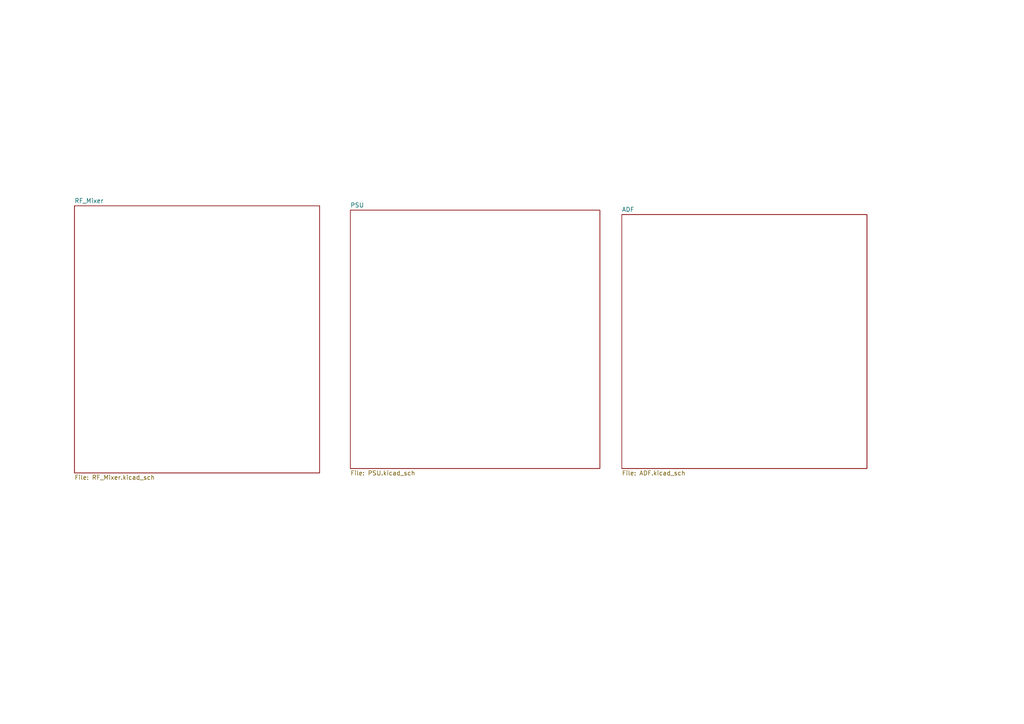
<source format=kicad_sch>
(kicad_sch (version 20211123) (generator eeschema)
  (paper "A4")
  (lib_symbols)
  (sheet (at 21.59 59.69) (size 71.12 77.47)
    (property "Sheet name" "RF_Mixer" (at 21.59 58.9784 0) (effects (justify left bottom)))
    (property "Sheet file" "RF_Mixer.kicad_sch" (at 21.59 137.7446 0) (effects (justify left top)))
  )
  (sheet (at 180.34 62.23) (size 71.12 73.66)
    (property "Sheet name" "ADF" (at 180.34 61.5184 0) (effects (justify left bottom)))
    (property "Sheet file" "ADF.kicad_sch" (at 180.34 136.4746 0) (effects (justify left top)))
  )
  (sheet (at 101.6 60.96) (size 72.39 74.93)
    (property "Sheet name" "PSU" (at 101.6 60.2484 0) (effects (justify left bottom)))
    (property "Sheet file" "PSU.kicad_sch" (at 101.6 136.4746 0) (effects (justify left top)))
  )
)
</source>
